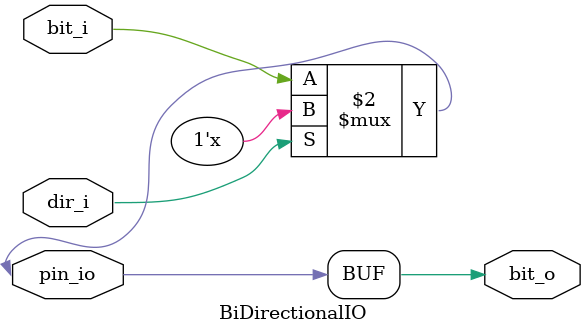
<source format=v>

`default_nettype none

module BiDirectionalIO
(
    input   wire    dir_i,      //  Direction control (INPUT=1; OUTPUT=0)
    input   wire    bit_i,      //  Bit value to output to pin
    output  wire    bit_o,      //  Bit value read from pin

    inout   wire    pin_io      //  bi-directional pin
);

    localparam INPUT = 1'b1;

    assign pin_io = (dir_i == INPUT) ? 1'bz : bit_i;
    assign bit_o = pin_io;
endmodule

</source>
